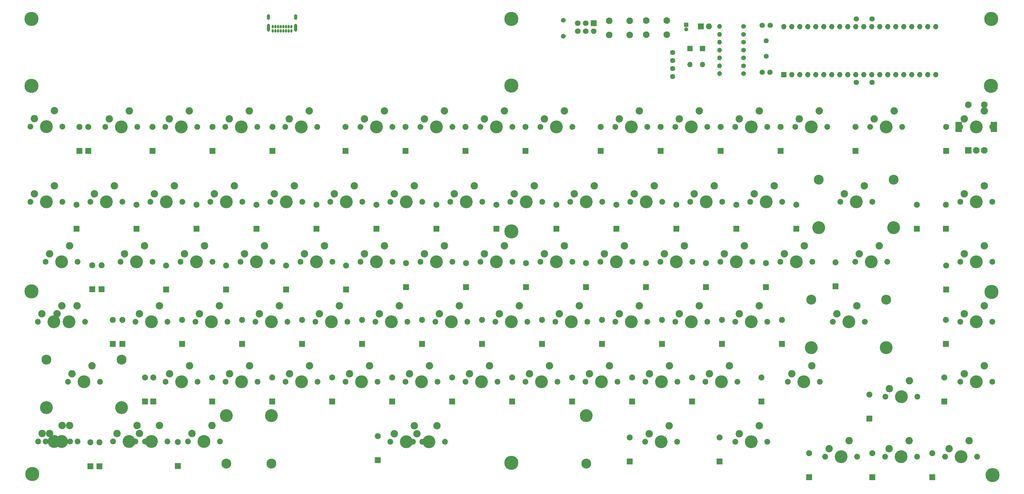
<source format=gbr>
%TF.GenerationSoftware,KiCad,Pcbnew,6.0.11-2627ca5db0~126~ubuntu22.04.1*%
%TF.CreationDate,2023-03-02T17:59:36+00:00*%
%TF.ProjectId,pcb-r1,7063622d-7231-42e6-9b69-6361645f7063,rev?*%
%TF.SameCoordinates,Original*%
%TF.FileFunction,Soldermask,Bot*%
%TF.FilePolarity,Negative*%
%FSLAX46Y46*%
G04 Gerber Fmt 4.6, Leading zero omitted, Abs format (unit mm)*
G04 Created by KiCad (PCBNEW 6.0.11-2627ca5db0~126~ubuntu22.04.1) date 2023-03-02 17:59:36*
%MOMM*%
%LPD*%
G01*
G04 APERTURE LIST*
G04 Aperture macros list*
%AMRoundRect*
0 Rectangle with rounded corners*
0 $1 Rounding radius*
0 $2 $3 $4 $5 $6 $7 $8 $9 X,Y pos of 4 corners*
0 Add a 4 corners polygon primitive as box body*
4,1,4,$2,$3,$4,$5,$6,$7,$8,$9,$2,$3,0*
0 Add four circle primitives for the rounded corners*
1,1,$1+$1,$2,$3*
1,1,$1+$1,$4,$5*
1,1,$1+$1,$6,$7*
1,1,$1+$1,$8,$9*
0 Add four rect primitives between the rounded corners*
20,1,$1+$1,$2,$3,$4,$5,0*
20,1,$1+$1,$4,$5,$6,$7,0*
20,1,$1+$1,$6,$7,$8,$9,0*
20,1,$1+$1,$8,$9,$2,$3,0*%
G04 Aperture macros list end*
%ADD10RoundRect,0.050000X0.900000X-0.900000X0.900000X0.900000X-0.900000X0.900000X-0.900000X-0.900000X0*%
%ADD11O,1.900000X1.900000*%
%ADD12C,4.500000*%
%ADD13C,4.087800*%
%ADD14C,1.850000*%
%ADD15C,3.148000*%
%ADD16C,2.350000*%
%ADD17C,2.100000*%
%ADD18RoundRect,0.050000X1.000000X-1.000000X1.000000X1.000000X-1.000000X1.000000X-1.000000X-1.000000X0*%
%ADD19RoundRect,0.050000X1.000000X-1.600000X1.000000X1.600000X-1.000000X1.600000X-1.000000X-1.600000X0*%
%ADD20RoundRect,0.050000X-0.600000X0.600000X-0.600000X-0.600000X0.600000X-0.600000X0.600000X0.600000X0*%
%ADD21C,1.300000*%
%ADD22C,1.700000*%
%ADD23C,1.500000*%
%ADD24RoundRect,0.050000X0.850000X0.850000X-0.850000X0.850000X-0.850000X-0.850000X0.850000X-0.850000X0*%
%ADD25C,1.800000*%
%ADD26RoundRect,0.050000X-0.800000X0.800000X-0.800000X-0.800000X0.800000X-0.800000X0.800000X0.800000X0*%
%ADD27O,1.700000X1.700000*%
%ADD28O,1.500000X1.500000*%
%ADD29RoundRect,0.050000X-0.900000X-0.900000X0.900000X-0.900000X0.900000X0.900000X-0.900000X0.900000X0*%
%ADD30C,1.900000*%
%ADD31RoundRect,0.050000X0.800000X-0.800000X0.800000X0.800000X-0.800000X0.800000X-0.800000X-0.800000X0*%
%ADD32O,0.750000X1.100000*%
%ADD33O,1.000000X1.800000*%
%ADD34O,1.000000X2.500000*%
%ADD35C,1.600000*%
%ADD36C,1.624000*%
G04 APERTURE END LIST*
D10*
%TO.C,D73*%
X259492500Y-128511700D03*
D11*
X259492500Y-120891700D03*
%TD*%
D10*
%TO.C,D72*%
X283306100Y-123050700D03*
D11*
X283306100Y-115430700D03*
%TD*%
D10*
%TO.C,D66*%
X127006100Y-123050700D03*
D11*
X127006100Y-115430700D03*
%TD*%
D10*
%TO.C,D61*%
X32156100Y-123100700D03*
D11*
X32156100Y-115480700D03*
%TD*%
D10*
%TO.C,D59*%
X29503900Y-123108500D03*
D11*
X29503900Y-115488500D03*
%TD*%
D10*
%TO.C,D55*%
X193677800Y-104772100D03*
D11*
X193677800Y-97152100D03*
%TD*%
D10*
%TO.C,D65*%
X107956100Y-123050700D03*
D11*
X107956100Y-115430700D03*
%TD*%
D10*
%TO.C,D74*%
X12178900Y-143654800D03*
D11*
X12178900Y-136034800D03*
%TD*%
D10*
%TO.C,D69*%
X184156100Y-123050700D03*
D11*
X184156100Y-115430700D03*
%TD*%
D10*
%TO.C,D58*%
X283827800Y-104772100D03*
D11*
X283827800Y-97152100D03*
%TD*%
D10*
%TO.C,D68*%
X165106100Y-123050700D03*
D11*
X165106100Y-115430700D03*
%TD*%
D10*
%TO.C,D56*%
X212727800Y-104772100D03*
D11*
X212727800Y-97152100D03*
%TD*%
D10*
%TO.C,D67*%
X146056100Y-123050700D03*
D11*
X146056100Y-115430700D03*
%TD*%
D10*
%TO.C,D70*%
X203206100Y-123050700D03*
D11*
X203206100Y-115430700D03*
%TD*%
D10*
%TO.C,D64*%
X88906100Y-123050700D03*
D11*
X88906100Y-115430700D03*
%TD*%
D10*
%TO.C,D63*%
X69856100Y-123050700D03*
D11*
X69856100Y-115430700D03*
%TD*%
D10*
%TO.C,D71*%
X225256100Y-123050700D03*
D11*
X225256100Y-115430700D03*
%TD*%
D10*
%TO.C,D62*%
X50806100Y-123050700D03*
D11*
X50806100Y-115430700D03*
%TD*%
D12*
%TO.C,REF\u002A\u002A*%
X298628900Y-146483500D03*
%TD*%
D13*
%TO.C,SW81*%
X112477000Y-135865000D03*
X55327000Y-127610000D03*
D14*
X117557000Y-135865000D03*
D15*
X169627000Y-142850000D03*
X55327000Y-142850000D03*
D13*
X169627000Y-127610000D03*
D14*
X107397000Y-135865000D03*
D16*
X108667000Y-133325000D03*
X115017000Y-130785000D03*
%TD*%
D12*
%TO.C,REF\u002A\u002A*%
X298328900Y-88258500D03*
%TD*%
%TO.C,REF\u002A\u002A*%
X145809914Y-69108500D03*
%TD*%
D17*
%TO.C,SW87*%
X183410500Y-2184800D03*
X176910500Y-2184800D03*
X176910500Y-6684800D03*
X183410500Y-6684800D03*
%TD*%
D12*
%TO.C,REF\u002A\u002A*%
X145803900Y-142583500D03*
%TD*%
%TO.C,REF\u002A\u002A*%
X-6571100Y-88158500D03*
%TD*%
D18*
%TO.C,SW93*%
X290985100Y-43351500D03*
D17*
X295985100Y-43351500D03*
X293485100Y-43351500D03*
D19*
X299085100Y-35851500D03*
X287885100Y-35851500D03*
D17*
X295985100Y-28851500D03*
X290985100Y-28851500D03*
%TD*%
D14*
%TO.C,SW90*%
X114547000Y-135852000D03*
D15*
X69627100Y-142837000D03*
D13*
X169626900Y-127597000D03*
X69627100Y-127597000D03*
D14*
X124707000Y-135852000D03*
D15*
X169626900Y-142837000D03*
D13*
X119627000Y-135852000D03*
D16*
X115817000Y-133312000D03*
X122167000Y-130772000D03*
%TD*%
D12*
%TO.C,REF\u002A\u002A*%
X145803900Y-1583500D03*
%TD*%
%TO.C,REF\u002A\u002A*%
X145803900Y-22783500D03*
%TD*%
D17*
%TO.C,SW91*%
X188683400Y-2108600D03*
X195183400Y-2108600D03*
X188683400Y-6608600D03*
X195183400Y-6608600D03*
%TD*%
D20*
%TO.C,C3*%
X201377300Y-3429400D03*
D21*
X201377300Y-4929400D03*
%TD*%
D14*
%TO.C,SW44*%
X265207000Y-78689400D03*
D13*
X260127000Y-78689400D03*
D14*
X255047000Y-78689400D03*
D16*
X256317000Y-76149400D03*
X262667000Y-73609400D03*
%TD*%
D12*
%TO.C,REF\u002A\u002A*%
X-6346100Y-146083500D03*
%TD*%
D22*
%TO.C,C2*%
X227969200Y-18498200D03*
X225469200Y-18498200D03*
%TD*%
D23*
%TO.C,F1*%
X162318900Y-7078500D03*
X162318900Y-1978500D03*
%TD*%
D22*
%TO.C,C5*%
X260368800Y-21765700D03*
X255368800Y-21765700D03*
%TD*%
%TO.C,C1*%
X228007300Y-3664600D03*
X225507300Y-3664600D03*
%TD*%
D24*
%TO.C,J1*%
X172014900Y-2921400D03*
D25*
X172014900Y-5461400D03*
X169474900Y-2921400D03*
X169474900Y-5461400D03*
X166934900Y-2921400D03*
X166934900Y-5461400D03*
%TD*%
D26*
%TO.C,Z1*%
X202568300Y-10960500D03*
D27*
X202568300Y-16040500D03*
%TD*%
D26*
%TO.C,Z2*%
X206568300Y-10960500D03*
D27*
X206568300Y-16040500D03*
%TD*%
D22*
%TO.C,C4*%
X260394200Y-1603900D03*
X255394200Y-1603900D03*
%TD*%
D23*
%TO.C,R1*%
X219538300Y-18962500D03*
D28*
X211918300Y-18962500D03*
%TD*%
D29*
%TO.C,LED*%
X206000100Y-3950100D03*
D30*
X208540100Y-3950100D03*
%TD*%
D10*
%TO.C,D91*%
X248767600Y-86547600D03*
D11*
X248767600Y-78927600D03*
%TD*%
D10*
%TO.C,D51*%
X117477800Y-104772100D03*
D11*
X117477800Y-97152100D03*
%TD*%
D10*
%TO.C,D50*%
X98427800Y-104772100D03*
D11*
X98427800Y-97152100D03*
%TD*%
D13*
%TO.C,SW6*%
X102952000Y-35852500D03*
D14*
X108032000Y-35852500D03*
X97872000Y-35852500D03*
D16*
X99142000Y-33312500D03*
X105492000Y-30772500D03*
%TD*%
D10*
%TO.C,D82*%
X279539200Y-147129900D03*
D11*
X279539200Y-139509900D03*
%TD*%
D10*
%TO.C,D81*%
X260489200Y-147129900D03*
D11*
X260489200Y-139509900D03*
%TD*%
D10*
%TO.C,D79*%
X211931000Y-142100700D03*
D11*
X211931000Y-134480700D03*
%TD*%
D12*
%TO.C,REF\u002A\u002A*%
X298178900Y-22808500D03*
%TD*%
D10*
%TO.C,D78*%
X183444900Y-142100700D03*
D11*
X183444900Y-134480700D03*
%TD*%
D10*
%TO.C,D77*%
X103396800Y-141725800D03*
D11*
X103396800Y-134105800D03*
%TD*%
D10*
%TO.C,D85*%
X231777800Y-104772100D03*
D11*
X231777800Y-97152100D03*
%TD*%
D12*
%TO.C,REF\u002A\u002A*%
X-6571100Y-22808500D03*
%TD*%
D10*
%TO.C,D80*%
X240439200Y-147129900D03*
D11*
X240439200Y-139509900D03*
%TD*%
D10*
%TO.C,D76*%
X39903900Y-143553500D03*
D11*
X39903900Y-135933500D03*
%TD*%
D10*
%TO.C,D75*%
X15048900Y-143654800D03*
D11*
X15048900Y-136034800D03*
%TD*%
D12*
%TO.C,REF\u002A\u002A*%
X298203900Y-1583500D03*
%TD*%
D10*
%TO.C,D53*%
X155577800Y-104772100D03*
D11*
X155577800Y-97152100D03*
%TD*%
D12*
%TO.C,REF\u002A\u002A*%
X-6571100Y-1608500D03*
%TD*%
D10*
%TO.C,D14*%
X255115700Y-43536000D03*
D11*
X255115700Y-35916000D03*
%TD*%
D10*
%TO.C,D4*%
X50923700Y-43536000D03*
D11*
X50923700Y-35916000D03*
%TD*%
D10*
%TO.C,D1*%
X8653900Y-43533500D03*
D11*
X8653900Y-35913500D03*
%TD*%
D10*
%TO.C,D12*%
X212253700Y-43536000D03*
D11*
X212253700Y-35916000D03*
%TD*%
D10*
%TO.C,D10*%
X174153700Y-43536000D03*
D11*
X174153700Y-35916000D03*
%TD*%
D10*
%TO.C,D2*%
X11473700Y-43536000D03*
D11*
X11473700Y-35916000D03*
%TD*%
D10*
%TO.C,D5*%
X69973700Y-43536000D03*
D11*
X69973700Y-35916000D03*
%TD*%
D10*
%TO.C,D3*%
X31873700Y-43536000D03*
D11*
X31873700Y-35916000D03*
%TD*%
D14*
%TO.C,SW83*%
X227101000Y-135852000D03*
D13*
X222021000Y-135852000D03*
D14*
X216941000Y-135852000D03*
D16*
X218211000Y-133312000D03*
X224561000Y-130772000D03*
%TD*%
D10*
%TO.C,D13*%
X231303700Y-43536000D03*
D11*
X231303700Y-35916000D03*
%TD*%
D10*
%TO.C,D6*%
X93191700Y-43536000D03*
D11*
X93191700Y-35916000D03*
%TD*%
D10*
%TO.C,D11*%
X193203700Y-43536000D03*
D11*
X193203700Y-35916000D03*
%TD*%
D10*
%TO.C,D15*%
X283927700Y-43536000D03*
D11*
X283927700Y-35916000D03*
%TD*%
D10*
%TO.C,D9*%
X150341700Y-43536000D03*
D11*
X150341700Y-35916000D03*
%TD*%
D10*
%TO.C,D8*%
X131291700Y-43536000D03*
D11*
X131291700Y-35916000D03*
%TD*%
D10*
%TO.C,D7*%
X112241700Y-43536000D03*
D11*
X112241700Y-35916000D03*
%TD*%
D14*
%TO.C,SW89*%
X36623400Y-135830000D03*
X26463400Y-135830000D03*
D13*
X31543400Y-135830000D03*
D16*
X27733400Y-133290000D03*
X34083400Y-130750000D03*
%TD*%
D14*
%TO.C,SW80*%
X53289500Y-135830000D03*
D13*
X48209500Y-135830000D03*
D14*
X43129500Y-135830000D03*
D16*
X44399500Y-133290000D03*
X50749500Y-130750000D03*
%TD*%
D31*
%TO.C,U1*%
X232378000Y-19266300D03*
D27*
X234918000Y-19266300D03*
X237458000Y-19266300D03*
X239998000Y-19266300D03*
X242538000Y-19266300D03*
X245078000Y-19266300D03*
X247618000Y-19266300D03*
X250158000Y-19266300D03*
X252698000Y-19266300D03*
X255238000Y-19266300D03*
X257778000Y-19266300D03*
X260318000Y-19266300D03*
X262858000Y-19266300D03*
X265398000Y-19266300D03*
X267938000Y-19266300D03*
X270478000Y-19266300D03*
X273018000Y-19266300D03*
X275558000Y-19266300D03*
X278098000Y-19266300D03*
X280638000Y-19266300D03*
X280638000Y-4026300D03*
X278098000Y-4026300D03*
X275558000Y-4026300D03*
X273018000Y-4026300D03*
X270478000Y-4026300D03*
X267938000Y-4026300D03*
X265398000Y-4026300D03*
X262858000Y-4026300D03*
X260318000Y-4026300D03*
X257778000Y-4026300D03*
X255238000Y-4026300D03*
X252698000Y-4026300D03*
X250158000Y-4026300D03*
X247618000Y-4026300D03*
X245078000Y-4026300D03*
X242538000Y-4026300D03*
X239998000Y-4026300D03*
X237458000Y-4026300D03*
X234918000Y-4026300D03*
X232378000Y-4026300D03*
%TD*%
D14*
%TO.C,SW79*%
X29478400Y-135830000D03*
X19318400Y-135830000D03*
D13*
X24398400Y-135830000D03*
D16*
X20588400Y-133290000D03*
X26938400Y-130750000D03*
%TD*%
D32*
%TO.C,USB1*%
X76005200Y-5368200D03*
X75155200Y-5368200D03*
X74305200Y-5368200D03*
X73455200Y-5368200D03*
X72605200Y-5368200D03*
X71755200Y-5368200D03*
X70905200Y-5368200D03*
X70055200Y-5368200D03*
X70050200Y-4043200D03*
X70900200Y-4043200D03*
X71750200Y-4043200D03*
X72600200Y-4043200D03*
X73450200Y-4043200D03*
X74300200Y-4043200D03*
X75150200Y-4043200D03*
X76005200Y-4043200D03*
D33*
X68705200Y-1008200D03*
D34*
X77355200Y-4388200D03*
D33*
X77355200Y-1008200D03*
D34*
X68705200Y-4388200D03*
%TD*%
D13*
%TO.C,SW78*%
X587300Y-135830000D03*
D14*
X5667300Y-135830000D03*
X-4492700Y-135830000D03*
D16*
X-3222700Y-133290000D03*
X3127300Y-130750000D03*
%TD*%
D13*
%TO.C,SW26*%
X188690000Y-59639400D03*
D14*
X193770000Y-59639400D03*
X183610000Y-59639400D03*
D16*
X184880000Y-57099400D03*
X191230000Y-54559400D03*
%TD*%
D13*
%TO.C,SW63*%
X22002250Y-125044000D03*
D14*
X15176000Y-116789000D03*
D15*
X22002250Y-109804000D03*
D13*
X-1810250Y-125044000D03*
X10096000Y-116789000D03*
D15*
X-1810250Y-109804000D03*
D14*
X5016000Y-116789000D03*
D16*
X6286000Y-114249000D03*
X12636000Y-111709000D03*
%TD*%
D14*
%TO.C,SW60*%
X247904000Y-97739000D03*
D13*
X252984000Y-97739000D03*
X264890250Y-105994000D03*
X241077750Y-105994000D03*
D14*
X258064000Y-97739000D03*
D15*
X264890250Y-90754000D03*
X241077750Y-90754000D03*
D16*
X249174000Y-95199000D03*
X255524000Y-92659000D03*
%TD*%
D14*
%TO.C,SW31*%
X-2127500Y-78689400D03*
X8032500Y-78689400D03*
D13*
X2952500Y-78689400D03*
D16*
X-857500Y-76149400D03*
X5492500Y-73609400D03*
%TD*%
D13*
%TO.C,SW88*%
X2968500Y-135830000D03*
D14*
X-2111500Y-135830000D03*
X8048500Y-135830000D03*
D16*
X-841500Y-133290000D03*
X5508500Y-130750000D03*
%TD*%
D14*
%TO.C,SW61*%
X288385000Y-97739000D03*
X298545000Y-97739000D03*
D13*
X293465000Y-97739000D03*
D16*
X289655000Y-95199000D03*
X296005000Y-92659000D03*
%TD*%
D35*
%TO.C,Y1*%
X226777300Y-8566800D03*
X226777300Y-13446800D03*
%TD*%
D14*
%TO.C,SW86*%
X293776000Y-140615000D03*
D13*
X288696000Y-140615000D03*
D14*
X283616000Y-140615000D03*
D16*
X284886000Y-138075000D03*
X291236000Y-135535000D03*
%TD*%
D13*
%TO.C,SW84*%
X250596000Y-140615000D03*
D14*
X245516000Y-140615000D03*
X255676000Y-140615000D03*
D16*
X246786000Y-138075000D03*
X253136000Y-135535000D03*
%TD*%
D14*
%TO.C,SW85*%
X264566000Y-140615000D03*
X274726000Y-140615000D03*
D13*
X269646000Y-140615000D03*
D16*
X265836000Y-138075000D03*
X272186000Y-135535000D03*
%TD*%
D14*
%TO.C,SW15*%
X298540000Y-35852500D03*
X288380000Y-35852500D03*
D13*
X293460000Y-35852500D03*
D16*
X289650000Y-33312500D03*
X296000000Y-30772500D03*
%TD*%
D13*
%TO.C,SW82*%
X193446000Y-135852000D03*
D14*
X188366000Y-135852000D03*
X198526000Y-135852000D03*
D16*
X189636000Y-133312000D03*
X195986000Y-130772000D03*
%TD*%
D14*
%TO.C,SW8*%
X146132000Y-35852500D03*
D13*
X141052000Y-35852500D03*
D14*
X135972000Y-35852500D03*
D16*
X137242000Y-33312500D03*
X143592000Y-30772500D03*
%TD*%
D23*
%TO.C,R7*%
X219538300Y-3962500D03*
D28*
X211918300Y-3962500D03*
%TD*%
D23*
%TO.C,R6*%
X219538300Y-6462500D03*
D28*
X211918300Y-6462500D03*
%TD*%
D23*
%TO.C,R5*%
X219538300Y-8962500D03*
D28*
X211918300Y-8962500D03*
%TD*%
D23*
%TO.C,R4*%
X219538300Y-11462500D03*
D28*
X211918300Y-11462500D03*
%TD*%
D13*
%TO.C,SW33*%
X45815000Y-78689400D03*
D14*
X40735000Y-78689400D03*
X50895000Y-78689400D03*
D16*
X42005000Y-76149400D03*
X48355000Y-73609400D03*
%TD*%
D14*
%TO.C,SW12*%
X227094000Y-35852500D03*
X216934000Y-35852500D03*
D13*
X222014000Y-35852500D03*
D16*
X218204000Y-33312500D03*
X224554000Y-30772500D03*
%TD*%
D23*
%TO.C,R3*%
X219538300Y-13962500D03*
D28*
X211918300Y-13962500D03*
%TD*%
D14*
%TO.C,SW25*%
X164560000Y-59639400D03*
X174720000Y-59639400D03*
D13*
X169640000Y-59639400D03*
D16*
X165830000Y-57099400D03*
X172180000Y-54559400D03*
%TD*%
D23*
%TO.C,R2*%
X219538300Y-16462500D03*
D28*
X211918300Y-16462500D03*
%TD*%
D13*
%TO.C,SW18*%
X36290000Y-59639400D03*
D14*
X41370000Y-59639400D03*
X31210000Y-59639400D03*
D16*
X32480000Y-57099400D03*
X38830000Y-54559400D03*
%TD*%
D14*
%TO.C,SW7*%
X116922000Y-35852500D03*
X127082000Y-35852500D03*
D13*
X122002000Y-35852500D03*
D16*
X118192000Y-33312500D03*
X124542000Y-30772500D03*
%TD*%
D13*
%TO.C,SW5*%
X79139800Y-35852500D03*
D14*
X74059800Y-35852500D03*
X84219800Y-35852500D03*
D16*
X75329800Y-33312500D03*
X81679800Y-30772500D03*
%TD*%
D14*
%TO.C,SW2*%
X16909800Y-35852500D03*
X27069800Y-35852500D03*
D13*
X21989800Y-35852500D03*
D16*
X18179800Y-33312500D03*
X24529800Y-30772500D03*
%TD*%
D13*
%TO.C,SW19*%
X55340000Y-59639400D03*
D14*
X50260000Y-59639400D03*
X60420000Y-59639400D03*
D16*
X51530000Y-57099400D03*
X57880000Y-54559400D03*
%TD*%
D13*
%TO.C,SW11*%
X202964000Y-35852500D03*
D14*
X197884000Y-35852500D03*
X208044000Y-35852500D03*
D16*
X199154000Y-33312500D03*
X205504000Y-30772500D03*
%TD*%
D13*
%TO.C,SW10*%
X183914000Y-35852500D03*
D14*
X178834000Y-35852500D03*
X188994000Y-35852500D03*
D16*
X180104000Y-33312500D03*
X186454000Y-30772500D03*
%TD*%
D14*
%TO.C,SW3*%
X46119800Y-35852500D03*
D13*
X41039800Y-35852500D03*
D14*
X35959800Y-35852500D03*
D16*
X37229800Y-33312500D03*
X43579800Y-30772500D03*
%TD*%
D13*
%TO.C,SW34*%
X64865000Y-78689400D03*
D14*
X59785000Y-78689400D03*
X69945000Y-78689400D03*
D16*
X61055000Y-76149400D03*
X67405000Y-73609400D03*
%TD*%
D14*
%TO.C,SW22*%
X117570000Y-59639400D03*
X107410000Y-59639400D03*
D13*
X112490000Y-59639400D03*
D16*
X108680000Y-57099400D03*
X115030000Y-54559400D03*
%TD*%
D14*
%TO.C,SW16*%
X3270000Y-59639400D03*
X-6890000Y-59639400D03*
D13*
X-1810000Y-59639400D03*
D16*
X-5620000Y-57099400D03*
X730000Y-54559400D03*
%TD*%
D13*
%TO.C,SW23*%
X131540000Y-59639400D03*
D14*
X126460000Y-59639400D03*
X136620000Y-59639400D03*
D16*
X127730000Y-57099400D03*
X134080000Y-54559400D03*
%TD*%
D14*
%TO.C,SW14*%
X259805000Y-35852500D03*
X269965000Y-35852500D03*
D13*
X264885000Y-35852500D03*
D16*
X261075000Y-33312500D03*
X267425000Y-30772500D03*
%TD*%
D14*
%TO.C,SW30*%
X298545000Y-59639400D03*
D13*
X293465000Y-59639400D03*
D14*
X288385000Y-59639400D03*
D16*
X289655000Y-57099400D03*
X296005000Y-54559400D03*
%TD*%
D13*
%TO.C,SW21*%
X93440000Y-59639400D03*
D14*
X88360000Y-59639400D03*
X98520000Y-59639400D03*
D16*
X89630000Y-57099400D03*
X95980000Y-54559400D03*
%TD*%
D14*
%TO.C,SW20*%
X79470000Y-59639400D03*
D13*
X74390000Y-59639400D03*
D14*
X69310000Y-59639400D03*
D16*
X70580000Y-57099400D03*
X76930000Y-54559400D03*
%TD*%
D14*
%TO.C,SW17*%
X12160000Y-59639400D03*
D13*
X17240000Y-59639400D03*
D14*
X22320000Y-59639400D03*
D16*
X13430000Y-57099400D03*
X19780000Y-54559400D03*
%TD*%
D13*
%TO.C,SW9*%
X160102000Y-35852500D03*
D14*
X155022000Y-35852500D03*
X165182000Y-35852500D03*
D16*
X156292000Y-33312500D03*
X162642000Y-30772500D03*
%TD*%
D15*
%TO.C,SW29*%
X267271250Y-52654400D03*
X243458750Y-52654400D03*
D13*
X243458750Y-67894400D03*
X267271250Y-67894400D03*
D14*
X250285000Y-59639400D03*
X260445000Y-59639400D03*
D13*
X255365000Y-59639400D03*
D16*
X251555000Y-57099400D03*
X257905000Y-54559400D03*
%TD*%
D13*
%TO.C,SW28*%
X226790000Y-59639400D03*
D14*
X221710000Y-59639400D03*
X231870000Y-59639400D03*
D16*
X222980000Y-57099400D03*
X229330000Y-54559400D03*
%TD*%
D13*
%TO.C,SW27*%
X207740000Y-59639400D03*
D14*
X212820000Y-59639400D03*
X202660000Y-59639400D03*
D16*
X203930000Y-57099400D03*
X210280000Y-54559400D03*
%TD*%
D14*
%TO.C,SW4*%
X65169800Y-35852500D03*
X55009800Y-35852500D03*
D13*
X60089800Y-35852500D03*
D16*
X56279800Y-33312500D03*
X62629800Y-30772500D03*
%TD*%
D14*
%TO.C,SW1*%
X3270000Y-35827100D03*
D13*
X-1810000Y-35827100D03*
D14*
X-6890000Y-35827100D03*
D16*
X-5620000Y-33287100D03*
X730000Y-30747100D03*
%TD*%
D14*
%TO.C,SW24*%
X155670000Y-59639400D03*
D13*
X150590000Y-59639400D03*
D14*
X145510000Y-59639400D03*
D16*
X146780000Y-57099400D03*
X153130000Y-54559400D03*
%TD*%
D13*
%TO.C,SW13*%
X241064000Y-35852500D03*
D14*
X246144000Y-35852500D03*
X235984000Y-35852500D03*
D16*
X237254000Y-33312500D03*
X243604000Y-30772500D03*
%TD*%
D14*
%TO.C,SW32*%
X21685000Y-78689400D03*
D13*
X26765000Y-78689400D03*
D14*
X31845000Y-78689400D03*
D16*
X22955000Y-76149400D03*
X29305000Y-73609400D03*
%TD*%
D10*
%TO.C,D41*%
X188617600Y-86734800D03*
D11*
X188617600Y-79114800D03*
%TD*%
D10*
%TO.C,D48*%
X60327800Y-104772100D03*
D11*
X60327800Y-97152100D03*
%TD*%
D10*
%TO.C,D38*%
X131467600Y-86734800D03*
D11*
X131467600Y-79114800D03*
%TD*%
D10*
%TO.C,D46*%
X22278900Y-104783500D03*
D11*
X22278900Y-97163500D03*
%TD*%
D10*
%TO.C,D36*%
X93367600Y-87547600D03*
D11*
X93367600Y-79927600D03*
%TD*%
D10*
%TO.C,D47*%
X41277800Y-104772100D03*
D11*
X41277800Y-97152100D03*
%TD*%
D10*
%TO.C,D35*%
X74317600Y-87547600D03*
D11*
X74317600Y-79927600D03*
%TD*%
D10*
%TO.C,D40*%
X169567600Y-86734800D03*
D11*
X169567600Y-79114800D03*
%TD*%
D10*
%TO.C,D52*%
X136527800Y-104772100D03*
D11*
X136527800Y-97152100D03*
%TD*%
D10*
%TO.C,D43*%
X226717600Y-86734800D03*
D11*
X226717600Y-79114800D03*
%TD*%
D10*
%TO.C,D37*%
X112417600Y-86734800D03*
D11*
X112417600Y-79114800D03*
%TD*%
D10*
%TO.C,D42*%
X207667600Y-86734800D03*
D11*
X207667600Y-79114800D03*
%TD*%
D10*
%TO.C,D39*%
X150517600Y-86734800D03*
D11*
X150517600Y-79114800D03*
%TD*%
D10*
%TO.C,D54*%
X174627800Y-104772100D03*
D11*
X174627800Y-97152100D03*
%TD*%
D10*
%TO.C,D34*%
X55267600Y-87547600D03*
D11*
X55267600Y-79927600D03*
%TD*%
D10*
%TO.C,D45*%
X19278900Y-104783500D03*
D11*
X19278900Y-97163500D03*
%TD*%
D10*
%TO.C,D44*%
X283917600Y-87547600D03*
D11*
X283917600Y-79927600D03*
%TD*%
D10*
%TO.C,D49*%
X79377800Y-104772100D03*
D11*
X79377800Y-97152100D03*
%TD*%
D10*
%TO.C,D28*%
X236297600Y-68186700D03*
D11*
X236297600Y-60566700D03*
%TD*%
D10*
%TO.C,D19*%
X64847600Y-68186700D03*
D11*
X64847600Y-60566700D03*
%TD*%
D10*
%TO.C,D17*%
X26747600Y-68186700D03*
D11*
X26747600Y-60566700D03*
%TD*%
D10*
%TO.C,D31*%
X12703900Y-87422600D03*
D11*
X12703900Y-79802600D03*
%TD*%
D10*
%TO.C,D23*%
X141047600Y-68186700D03*
D11*
X141047600Y-60566700D03*
%TD*%
D10*
%TO.C,D30*%
X283847600Y-68186700D03*
D11*
X283847600Y-60566700D03*
%TD*%
D10*
%TO.C,D25*%
X179147600Y-68186700D03*
D11*
X179147600Y-60566700D03*
%TD*%
D10*
%TO.C,D22*%
X121997600Y-68186700D03*
D11*
X121997600Y-60566700D03*
%TD*%
D10*
%TO.C,D18*%
X45797600Y-68186700D03*
D11*
X45797600Y-60566700D03*
%TD*%
D10*
%TO.C,D16*%
X7697600Y-68186700D03*
D11*
X7697600Y-60566700D03*
%TD*%
D10*
%TO.C,D32*%
X15692600Y-87422600D03*
D11*
X15692600Y-79802600D03*
%TD*%
D10*
%TO.C,D26*%
X198197600Y-68186700D03*
D11*
X198197600Y-60566700D03*
%TD*%
D10*
%TO.C,D24*%
X160097600Y-68186700D03*
D11*
X160097600Y-60566700D03*
%TD*%
D10*
%TO.C,D21*%
X102947600Y-68186700D03*
D11*
X102947600Y-60566700D03*
%TD*%
D10*
%TO.C,D29*%
X274628900Y-68228500D03*
D11*
X274628900Y-60608500D03*
%TD*%
D10*
%TO.C,D33*%
X36217600Y-87547600D03*
D11*
X36217600Y-79927600D03*
%TD*%
D10*
%TO.C,D20*%
X83897600Y-68186700D03*
D11*
X83897600Y-60566700D03*
%TD*%
D10*
%TO.C,D27*%
X217247600Y-68186700D03*
D11*
X217247600Y-60566700D03*
%TD*%
D14*
%TO.C,SW69*%
X122333000Y-116789000D03*
X112173000Y-116789000D03*
D13*
X117253000Y-116789000D03*
D16*
X113443000Y-114249000D03*
X119793000Y-111709000D03*
%TD*%
D14*
%TO.C,SW76*%
X288386000Y-116789000D03*
D13*
X293466000Y-116789000D03*
D14*
X298546000Y-116789000D03*
D16*
X289656000Y-114249000D03*
X296006000Y-111709000D03*
%TD*%
D14*
%TO.C,SW66*%
X65182600Y-116789000D03*
D13*
X60102600Y-116789000D03*
D14*
X55022600Y-116789000D03*
D16*
X56292600Y-114249000D03*
X62642600Y-111709000D03*
%TD*%
D13*
%TO.C,SW65*%
X41052600Y-116789000D03*
D14*
X35972600Y-116789000D03*
X46132600Y-116789000D03*
D16*
X37242600Y-114249000D03*
X43592600Y-111709000D03*
%TD*%
D14*
%TO.C,SW77*%
X264573000Y-121552000D03*
D13*
X269653000Y-121552000D03*
D14*
X274733000Y-121552000D03*
D16*
X265843000Y-119012000D03*
X272193000Y-116472000D03*
%TD*%
D13*
%TO.C,SW57*%
X202978000Y-97739000D03*
D14*
X208058000Y-97739000D03*
X197898000Y-97739000D03*
D16*
X199168000Y-95199000D03*
X205518000Y-92659000D03*
%TD*%
D14*
%TO.C,SW51*%
X83597600Y-97739000D03*
X93757600Y-97739000D03*
D13*
X88677600Y-97739000D03*
D16*
X84867600Y-95199000D03*
X91217600Y-92659000D03*
%TD*%
D14*
%TO.C,SW38*%
X135985000Y-78689400D03*
D13*
X141065000Y-78689400D03*
D14*
X146145000Y-78689400D03*
D16*
X137255000Y-76149400D03*
X143605000Y-73609400D03*
%TD*%
D14*
%TO.C,SW47*%
X253700Y-97739000D03*
X10413700Y-97739000D03*
D13*
X5333700Y-97739000D03*
D16*
X1523700Y-95199000D03*
X7873700Y-92659000D03*
%TD*%
D14*
%TO.C,SW71*%
X160433000Y-116789000D03*
X150273000Y-116789000D03*
D13*
X155353000Y-116789000D03*
D16*
X151543000Y-114249000D03*
X157893000Y-111709000D03*
%TD*%
D13*
%TO.C,SW68*%
X98203000Y-116789000D03*
D14*
X103283000Y-116789000D03*
X93123000Y-116789000D03*
D16*
X94393000Y-114249000D03*
X100743000Y-111709000D03*
%TD*%
D13*
%TO.C,SW39*%
X160115000Y-78689400D03*
D14*
X155035000Y-78689400D03*
X165195000Y-78689400D03*
D16*
X156305000Y-76149400D03*
X162655000Y-73609400D03*
%TD*%
D14*
%TO.C,SW46*%
X-4508700Y-97739000D03*
D13*
X571300Y-97739000D03*
D14*
X5651300Y-97739000D03*
D16*
X-3238700Y-95199000D03*
X3111300Y-92659000D03*
%TD*%
D13*
%TO.C,SW37*%
X122015000Y-78689400D03*
D14*
X116935000Y-78689400D03*
X127095000Y-78689400D03*
D16*
X118205000Y-76149400D03*
X124555000Y-73609400D03*
%TD*%
D14*
%TO.C,SW58*%
X227108000Y-97739000D03*
X216948000Y-97739000D03*
D13*
X222028000Y-97739000D03*
D16*
X218218000Y-95199000D03*
X224568000Y-92659000D03*
%TD*%
D14*
%TO.C,SW75*%
X243777000Y-116789000D03*
D13*
X238697000Y-116789000D03*
D14*
X233617000Y-116789000D03*
D16*
X234887000Y-114249000D03*
X241237000Y-111709000D03*
%TD*%
D13*
%TO.C,SW55*%
X164878000Y-97739000D03*
D14*
X169958000Y-97739000D03*
X159798000Y-97739000D03*
D16*
X161068000Y-95199000D03*
X167418000Y-92659000D03*
%TD*%
D14*
%TO.C,SW52*%
X112808000Y-97739000D03*
D13*
X107728000Y-97739000D03*
D14*
X102648000Y-97739000D03*
D16*
X103918000Y-95199000D03*
X110268000Y-92659000D03*
%TD*%
D13*
%TO.C,SW49*%
X50577600Y-97739000D03*
D14*
X55657600Y-97739000D03*
X45497600Y-97739000D03*
D16*
X46767600Y-95199000D03*
X53117600Y-92659000D03*
%TD*%
D14*
%TO.C,SW72*%
X169323000Y-116789000D03*
D13*
X174403000Y-116789000D03*
D14*
X179483000Y-116789000D03*
D16*
X170593000Y-114249000D03*
X176943000Y-111709000D03*
%TD*%
D14*
%TO.C,SW41*%
X203295000Y-78689400D03*
D13*
X198215000Y-78689400D03*
D14*
X193135000Y-78689400D03*
D16*
X194405000Y-76149400D03*
X200755000Y-73609400D03*
%TD*%
D14*
%TO.C,SW74*%
X217583000Y-116789000D03*
D13*
X212503000Y-116789000D03*
D14*
X207423000Y-116789000D03*
D16*
X208693000Y-114249000D03*
X215043000Y-111709000D03*
%TD*%
D14*
%TO.C,SW54*%
X140748000Y-97739000D03*
D13*
X145828000Y-97739000D03*
D14*
X150908000Y-97739000D03*
D16*
X142018000Y-95199000D03*
X148368000Y-92659000D03*
%TD*%
D14*
%TO.C,SW48*%
X26447600Y-97739000D03*
X36607600Y-97739000D03*
D13*
X31527600Y-97739000D03*
D16*
X27717600Y-95199000D03*
X34067600Y-92659000D03*
%TD*%
D14*
%TO.C,SW36*%
X108045000Y-78689400D03*
D13*
X102965000Y-78689400D03*
D14*
X97885000Y-78689400D03*
D16*
X99155000Y-76149400D03*
X105505000Y-73609400D03*
%TD*%
D13*
%TO.C,SW73*%
X193453000Y-116789000D03*
D14*
X188373000Y-116789000D03*
X198533000Y-116789000D03*
D16*
X189643000Y-114249000D03*
X195993000Y-111709000D03*
%TD*%
D13*
%TO.C,SW35*%
X83915000Y-78689400D03*
D14*
X88995000Y-78689400D03*
X78835000Y-78689400D03*
D16*
X80105000Y-76149400D03*
X86455000Y-73609400D03*
%TD*%
D14*
%TO.C,SW67*%
X84232600Y-116789000D03*
X74072600Y-116789000D03*
D13*
X79152600Y-116789000D03*
D16*
X75342600Y-114249000D03*
X81692600Y-111709000D03*
%TD*%
D14*
%TO.C,SW70*%
X131223000Y-116789000D03*
X141383000Y-116789000D03*
D13*
X136303000Y-116789000D03*
D16*
X132493000Y-114249000D03*
X138843000Y-111709000D03*
%TD*%
D14*
%TO.C,SW50*%
X74707600Y-97739000D03*
X64547600Y-97739000D03*
D13*
X69627600Y-97739000D03*
D16*
X65817600Y-95199000D03*
X72167600Y-92659000D03*
%TD*%
D14*
%TO.C,SW53*%
X131858000Y-97739000D03*
D13*
X126778000Y-97739000D03*
D14*
X121698000Y-97739000D03*
D16*
X122968000Y-95199000D03*
X129318000Y-92659000D03*
%TD*%
D14*
%TO.C,SW45*%
X288385000Y-78689400D03*
D13*
X293465000Y-78689400D03*
D14*
X298545000Y-78689400D03*
D16*
X289655000Y-76149400D03*
X296005000Y-73609400D03*
%TD*%
D14*
%TO.C,SW43*%
X231235000Y-78689400D03*
D13*
X236315000Y-78689400D03*
D14*
X241395000Y-78689400D03*
D16*
X232505000Y-76149400D03*
X238855000Y-73609400D03*
%TD*%
D13*
%TO.C,SW42*%
X217265000Y-78689400D03*
D14*
X212185000Y-78689400D03*
X222345000Y-78689400D03*
D16*
X213455000Y-76149400D03*
X219805000Y-73609400D03*
%TD*%
D14*
%TO.C,SW56*%
X178848000Y-97739000D03*
D13*
X183928000Y-97739000D03*
D14*
X189008000Y-97739000D03*
D16*
X180118000Y-95199000D03*
X186468000Y-92659000D03*
%TD*%
D14*
%TO.C,SW40*%
X184245000Y-78689400D03*
D13*
X179165000Y-78689400D03*
D14*
X174085000Y-78689400D03*
D16*
X175355000Y-76149400D03*
X181705000Y-73609400D03*
%TD*%
D36*
%TO.C,SSD1306*%
X197078900Y-19908500D03*
X197078900Y-17368500D03*
X197078900Y-14828500D03*
X197078900Y-12288500D03*
%TD*%
M02*

</source>
